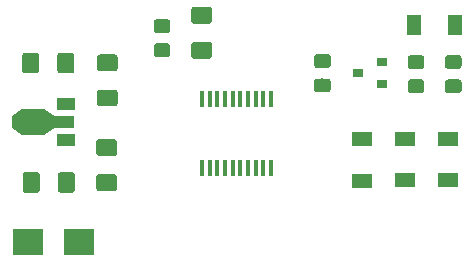
<source format=gbr>
%TF.GenerationSoftware,KiCad,Pcbnew,(5.1.4-0-10_14)*%
%TF.CreationDate,2019-08-17T10:21:19+03:00*%
%TF.ProjectId,Cooler_routed,436f6f6c-6572-45f7-926f-757465642e6b,rev?*%
%TF.SameCoordinates,Original*%
%TF.FileFunction,Paste,Bot*%
%TF.FilePolarity,Positive*%
%FSLAX46Y46*%
G04 Gerber Fmt 4.6, Leading zero omitted, Abs format (unit mm)*
G04 Created by KiCad (PCBNEW (5.1.4-0-10_14)) date 2019-08-17 10:21:19*
%MOMM*%
%LPD*%
G04 APERTURE LIST*
%ADD10C,0.150000*%
%ADD11C,1.425000*%
%ADD12R,2.500000X2.300000*%
%ADD13C,0.850000*%
%ADD14R,1.500000X1.000000*%
%ADD15R,1.800000X1.000000*%
%ADD16R,1.840000X2.200000*%
%ADD17C,1.000000*%
%ADD18R,0.450000X1.450000*%
%ADD19C,1.150000*%
%ADD20R,1.700000X1.300000*%
%ADD21R,0.900000X0.800000*%
%ADD22R,1.300000X1.700000*%
G04 APERTURE END LIST*
D10*
%TO.C,C1*%
G36*
X193625504Y-94706404D02*
G01*
X193649773Y-94710004D01*
X193673571Y-94715965D01*
X193696671Y-94724230D01*
X193718849Y-94734720D01*
X193739893Y-94747333D01*
X193759598Y-94761947D01*
X193777777Y-94778423D01*
X193794253Y-94796602D01*
X193808867Y-94816307D01*
X193821480Y-94837351D01*
X193831970Y-94859529D01*
X193840235Y-94882629D01*
X193846196Y-94906427D01*
X193849796Y-94930696D01*
X193851000Y-94955200D01*
X193851000Y-96205200D01*
X193849796Y-96229704D01*
X193846196Y-96253973D01*
X193840235Y-96277771D01*
X193831970Y-96300871D01*
X193821480Y-96323049D01*
X193808867Y-96344093D01*
X193794253Y-96363798D01*
X193777777Y-96381977D01*
X193759598Y-96398453D01*
X193739893Y-96413067D01*
X193718849Y-96425680D01*
X193696671Y-96436170D01*
X193673571Y-96444435D01*
X193649773Y-96450396D01*
X193625504Y-96453996D01*
X193601000Y-96455200D01*
X192676000Y-96455200D01*
X192651496Y-96453996D01*
X192627227Y-96450396D01*
X192603429Y-96444435D01*
X192580329Y-96436170D01*
X192558151Y-96425680D01*
X192537107Y-96413067D01*
X192517402Y-96398453D01*
X192499223Y-96381977D01*
X192482747Y-96363798D01*
X192468133Y-96344093D01*
X192455520Y-96323049D01*
X192445030Y-96300871D01*
X192436765Y-96277771D01*
X192430804Y-96253973D01*
X192427204Y-96229704D01*
X192426000Y-96205200D01*
X192426000Y-94955200D01*
X192427204Y-94930696D01*
X192430804Y-94906427D01*
X192436765Y-94882629D01*
X192445030Y-94859529D01*
X192455520Y-94837351D01*
X192468133Y-94816307D01*
X192482747Y-94796602D01*
X192499223Y-94778423D01*
X192517402Y-94761947D01*
X192537107Y-94747333D01*
X192558151Y-94734720D01*
X192580329Y-94724230D01*
X192603429Y-94715965D01*
X192627227Y-94710004D01*
X192651496Y-94706404D01*
X192676000Y-94705200D01*
X193601000Y-94705200D01*
X193625504Y-94706404D01*
X193625504Y-94706404D01*
G37*
D11*
X193138500Y-95580200D03*
D10*
G36*
X196600504Y-94706404D02*
G01*
X196624773Y-94710004D01*
X196648571Y-94715965D01*
X196671671Y-94724230D01*
X196693849Y-94734720D01*
X196714893Y-94747333D01*
X196734598Y-94761947D01*
X196752777Y-94778423D01*
X196769253Y-94796602D01*
X196783867Y-94816307D01*
X196796480Y-94837351D01*
X196806970Y-94859529D01*
X196815235Y-94882629D01*
X196821196Y-94906427D01*
X196824796Y-94930696D01*
X196826000Y-94955200D01*
X196826000Y-96205200D01*
X196824796Y-96229704D01*
X196821196Y-96253973D01*
X196815235Y-96277771D01*
X196806970Y-96300871D01*
X196796480Y-96323049D01*
X196783867Y-96344093D01*
X196769253Y-96363798D01*
X196752777Y-96381977D01*
X196734598Y-96398453D01*
X196714893Y-96413067D01*
X196693849Y-96425680D01*
X196671671Y-96436170D01*
X196648571Y-96444435D01*
X196624773Y-96450396D01*
X196600504Y-96453996D01*
X196576000Y-96455200D01*
X195651000Y-96455200D01*
X195626496Y-96453996D01*
X195602227Y-96450396D01*
X195578429Y-96444435D01*
X195555329Y-96436170D01*
X195533151Y-96425680D01*
X195512107Y-96413067D01*
X195492402Y-96398453D01*
X195474223Y-96381977D01*
X195457747Y-96363798D01*
X195443133Y-96344093D01*
X195430520Y-96323049D01*
X195420030Y-96300871D01*
X195411765Y-96277771D01*
X195405804Y-96253973D01*
X195402204Y-96229704D01*
X195401000Y-96205200D01*
X195401000Y-94955200D01*
X195402204Y-94930696D01*
X195405804Y-94906427D01*
X195411765Y-94882629D01*
X195420030Y-94859529D01*
X195430520Y-94837351D01*
X195443133Y-94816307D01*
X195457747Y-94796602D01*
X195474223Y-94778423D01*
X195492402Y-94761947D01*
X195512107Y-94747333D01*
X195533151Y-94734720D01*
X195555329Y-94724230D01*
X195578429Y-94715965D01*
X195602227Y-94710004D01*
X195626496Y-94706404D01*
X195651000Y-94705200D01*
X196576000Y-94705200D01*
X196600504Y-94706404D01*
X196600504Y-94706404D01*
G37*
D11*
X196113500Y-95580200D03*
%TD*%
D10*
%TO.C,C2*%
G36*
X196651504Y-104815204D02*
G01*
X196675773Y-104818804D01*
X196699571Y-104824765D01*
X196722671Y-104833030D01*
X196744849Y-104843520D01*
X196765893Y-104856133D01*
X196785598Y-104870747D01*
X196803777Y-104887223D01*
X196820253Y-104905402D01*
X196834867Y-104925107D01*
X196847480Y-104946151D01*
X196857970Y-104968329D01*
X196866235Y-104991429D01*
X196872196Y-105015227D01*
X196875796Y-105039496D01*
X196877000Y-105064000D01*
X196877000Y-106314000D01*
X196875796Y-106338504D01*
X196872196Y-106362773D01*
X196866235Y-106386571D01*
X196857970Y-106409671D01*
X196847480Y-106431849D01*
X196834867Y-106452893D01*
X196820253Y-106472598D01*
X196803777Y-106490777D01*
X196785598Y-106507253D01*
X196765893Y-106521867D01*
X196744849Y-106534480D01*
X196722671Y-106544970D01*
X196699571Y-106553235D01*
X196675773Y-106559196D01*
X196651504Y-106562796D01*
X196627000Y-106564000D01*
X195702000Y-106564000D01*
X195677496Y-106562796D01*
X195653227Y-106559196D01*
X195629429Y-106553235D01*
X195606329Y-106544970D01*
X195584151Y-106534480D01*
X195563107Y-106521867D01*
X195543402Y-106507253D01*
X195525223Y-106490777D01*
X195508747Y-106472598D01*
X195494133Y-106452893D01*
X195481520Y-106431849D01*
X195471030Y-106409671D01*
X195462765Y-106386571D01*
X195456804Y-106362773D01*
X195453204Y-106338504D01*
X195452000Y-106314000D01*
X195452000Y-105064000D01*
X195453204Y-105039496D01*
X195456804Y-105015227D01*
X195462765Y-104991429D01*
X195471030Y-104968329D01*
X195481520Y-104946151D01*
X195494133Y-104925107D01*
X195508747Y-104905402D01*
X195525223Y-104887223D01*
X195543402Y-104870747D01*
X195563107Y-104856133D01*
X195584151Y-104843520D01*
X195606329Y-104833030D01*
X195629429Y-104824765D01*
X195653227Y-104818804D01*
X195677496Y-104815204D01*
X195702000Y-104814000D01*
X196627000Y-104814000D01*
X196651504Y-104815204D01*
X196651504Y-104815204D01*
G37*
D11*
X196164500Y-105689000D03*
D10*
G36*
X193676504Y-104815204D02*
G01*
X193700773Y-104818804D01*
X193724571Y-104824765D01*
X193747671Y-104833030D01*
X193769849Y-104843520D01*
X193790893Y-104856133D01*
X193810598Y-104870747D01*
X193828777Y-104887223D01*
X193845253Y-104905402D01*
X193859867Y-104925107D01*
X193872480Y-104946151D01*
X193882970Y-104968329D01*
X193891235Y-104991429D01*
X193897196Y-105015227D01*
X193900796Y-105039496D01*
X193902000Y-105064000D01*
X193902000Y-106314000D01*
X193900796Y-106338504D01*
X193897196Y-106362773D01*
X193891235Y-106386571D01*
X193882970Y-106409671D01*
X193872480Y-106431849D01*
X193859867Y-106452893D01*
X193845253Y-106472598D01*
X193828777Y-106490777D01*
X193810598Y-106507253D01*
X193790893Y-106521867D01*
X193769849Y-106534480D01*
X193747671Y-106544970D01*
X193724571Y-106553235D01*
X193700773Y-106559196D01*
X193676504Y-106562796D01*
X193652000Y-106564000D01*
X192727000Y-106564000D01*
X192702496Y-106562796D01*
X192678227Y-106559196D01*
X192654429Y-106553235D01*
X192631329Y-106544970D01*
X192609151Y-106534480D01*
X192588107Y-106521867D01*
X192568402Y-106507253D01*
X192550223Y-106490777D01*
X192533747Y-106472598D01*
X192519133Y-106452893D01*
X192506520Y-106431849D01*
X192496030Y-106409671D01*
X192487765Y-106386571D01*
X192481804Y-106362773D01*
X192478204Y-106338504D01*
X192477000Y-106314000D01*
X192477000Y-105064000D01*
X192478204Y-105039496D01*
X192481804Y-105015227D01*
X192487765Y-104991429D01*
X192496030Y-104968329D01*
X192506520Y-104946151D01*
X192519133Y-104925107D01*
X192533747Y-104905402D01*
X192550223Y-104887223D01*
X192568402Y-104870747D01*
X192588107Y-104856133D01*
X192609151Y-104843520D01*
X192631329Y-104833030D01*
X192654429Y-104824765D01*
X192678227Y-104818804D01*
X192702496Y-104815204D01*
X192727000Y-104814000D01*
X193652000Y-104814000D01*
X193676504Y-104815204D01*
X193676504Y-104815204D01*
G37*
D11*
X193189500Y-105689000D03*
%TD*%
D12*
%TO.C,D1*%
X192922000Y-110744000D03*
X197222000Y-110744000D03*
%TD*%
D13*
%TO.C,U2*%
X191999000Y-100559000D03*
D10*
G36*
X191574000Y-100059000D02*
G01*
X192424000Y-99459000D01*
X192424000Y-101659000D01*
X191574000Y-101059000D01*
X191574000Y-100059000D01*
X191574000Y-100059000D01*
G37*
D14*
X196146000Y-99059000D03*
D15*
X195999500Y-100559000D03*
D14*
X196146000Y-102059000D03*
D16*
X193332500Y-100559000D03*
D17*
X194742200Y-100559000D03*
D10*
G36*
X195242200Y-100959000D02*
G01*
X194242200Y-101659000D01*
X194242200Y-99459000D01*
X195242200Y-100159000D01*
X195242200Y-100959000D01*
X195242200Y-100959000D01*
G37*
%TD*%
D18*
%TO.C,U3*%
X207641000Y-98603000D03*
X208291000Y-98603000D03*
X208941000Y-98603000D03*
X209591000Y-98603000D03*
X210241000Y-98603000D03*
X210891000Y-98603000D03*
X211541000Y-98603000D03*
X212191000Y-98603000D03*
X212841000Y-98603000D03*
X213491000Y-98603000D03*
X213491000Y-104503000D03*
X212841000Y-104503000D03*
X212191000Y-104503000D03*
X211541000Y-104503000D03*
X210891000Y-104503000D03*
X210241000Y-104503000D03*
X209591000Y-104503000D03*
X208941000Y-104503000D03*
X208291000Y-104503000D03*
X207641000Y-104503000D03*
%TD*%
D10*
%TO.C,C3*%
G36*
X200217504Y-102017204D02*
G01*
X200241773Y-102020804D01*
X200265571Y-102026765D01*
X200288671Y-102035030D01*
X200310849Y-102045520D01*
X200331893Y-102058133D01*
X200351598Y-102072747D01*
X200369777Y-102089223D01*
X200386253Y-102107402D01*
X200400867Y-102127107D01*
X200413480Y-102148151D01*
X200423970Y-102170329D01*
X200432235Y-102193429D01*
X200438196Y-102217227D01*
X200441796Y-102241496D01*
X200443000Y-102266000D01*
X200443000Y-103191000D01*
X200441796Y-103215504D01*
X200438196Y-103239773D01*
X200432235Y-103263571D01*
X200423970Y-103286671D01*
X200413480Y-103308849D01*
X200400867Y-103329893D01*
X200386253Y-103349598D01*
X200369777Y-103367777D01*
X200351598Y-103384253D01*
X200331893Y-103398867D01*
X200310849Y-103411480D01*
X200288671Y-103421970D01*
X200265571Y-103430235D01*
X200241773Y-103436196D01*
X200217504Y-103439796D01*
X200193000Y-103441000D01*
X198943000Y-103441000D01*
X198918496Y-103439796D01*
X198894227Y-103436196D01*
X198870429Y-103430235D01*
X198847329Y-103421970D01*
X198825151Y-103411480D01*
X198804107Y-103398867D01*
X198784402Y-103384253D01*
X198766223Y-103367777D01*
X198749747Y-103349598D01*
X198735133Y-103329893D01*
X198722520Y-103308849D01*
X198712030Y-103286671D01*
X198703765Y-103263571D01*
X198697804Y-103239773D01*
X198694204Y-103215504D01*
X198693000Y-103191000D01*
X198693000Y-102266000D01*
X198694204Y-102241496D01*
X198697804Y-102217227D01*
X198703765Y-102193429D01*
X198712030Y-102170329D01*
X198722520Y-102148151D01*
X198735133Y-102127107D01*
X198749747Y-102107402D01*
X198766223Y-102089223D01*
X198784402Y-102072747D01*
X198804107Y-102058133D01*
X198825151Y-102045520D01*
X198847329Y-102035030D01*
X198870429Y-102026765D01*
X198894227Y-102020804D01*
X198918496Y-102017204D01*
X198943000Y-102016000D01*
X200193000Y-102016000D01*
X200217504Y-102017204D01*
X200217504Y-102017204D01*
G37*
D11*
X199568000Y-102728500D03*
D10*
G36*
X200217504Y-104992204D02*
G01*
X200241773Y-104995804D01*
X200265571Y-105001765D01*
X200288671Y-105010030D01*
X200310849Y-105020520D01*
X200331893Y-105033133D01*
X200351598Y-105047747D01*
X200369777Y-105064223D01*
X200386253Y-105082402D01*
X200400867Y-105102107D01*
X200413480Y-105123151D01*
X200423970Y-105145329D01*
X200432235Y-105168429D01*
X200438196Y-105192227D01*
X200441796Y-105216496D01*
X200443000Y-105241000D01*
X200443000Y-106166000D01*
X200441796Y-106190504D01*
X200438196Y-106214773D01*
X200432235Y-106238571D01*
X200423970Y-106261671D01*
X200413480Y-106283849D01*
X200400867Y-106304893D01*
X200386253Y-106324598D01*
X200369777Y-106342777D01*
X200351598Y-106359253D01*
X200331893Y-106373867D01*
X200310849Y-106386480D01*
X200288671Y-106396970D01*
X200265571Y-106405235D01*
X200241773Y-106411196D01*
X200217504Y-106414796D01*
X200193000Y-106416000D01*
X198943000Y-106416000D01*
X198918496Y-106414796D01*
X198894227Y-106411196D01*
X198870429Y-106405235D01*
X198847329Y-106396970D01*
X198825151Y-106386480D01*
X198804107Y-106373867D01*
X198784402Y-106359253D01*
X198766223Y-106342777D01*
X198749747Y-106324598D01*
X198735133Y-106304893D01*
X198722520Y-106283849D01*
X198712030Y-106261671D01*
X198703765Y-106238571D01*
X198697804Y-106214773D01*
X198694204Y-106190504D01*
X198693000Y-106166000D01*
X198693000Y-105241000D01*
X198694204Y-105216496D01*
X198697804Y-105192227D01*
X198703765Y-105168429D01*
X198712030Y-105145329D01*
X198722520Y-105123151D01*
X198735133Y-105102107D01*
X198749747Y-105082402D01*
X198766223Y-105064223D01*
X198784402Y-105047747D01*
X198804107Y-105033133D01*
X198825151Y-105020520D01*
X198847329Y-105010030D01*
X198870429Y-105001765D01*
X198894227Y-104995804D01*
X198918496Y-104992204D01*
X198943000Y-104991000D01*
X200193000Y-104991000D01*
X200217504Y-104992204D01*
X200217504Y-104992204D01*
G37*
D11*
X199568000Y-105703500D03*
%TD*%
D10*
%TO.C,C4*%
G36*
X208256504Y-90816004D02*
G01*
X208280773Y-90819604D01*
X208304571Y-90825565D01*
X208327671Y-90833830D01*
X208349849Y-90844320D01*
X208370893Y-90856933D01*
X208390598Y-90871547D01*
X208408777Y-90888023D01*
X208425253Y-90906202D01*
X208439867Y-90925907D01*
X208452480Y-90946951D01*
X208462970Y-90969129D01*
X208471235Y-90992229D01*
X208477196Y-91016027D01*
X208480796Y-91040296D01*
X208482000Y-91064800D01*
X208482000Y-91989800D01*
X208480796Y-92014304D01*
X208477196Y-92038573D01*
X208471235Y-92062371D01*
X208462970Y-92085471D01*
X208452480Y-92107649D01*
X208439867Y-92128693D01*
X208425253Y-92148398D01*
X208408777Y-92166577D01*
X208390598Y-92183053D01*
X208370893Y-92197667D01*
X208349849Y-92210280D01*
X208327671Y-92220770D01*
X208304571Y-92229035D01*
X208280773Y-92234996D01*
X208256504Y-92238596D01*
X208232000Y-92239800D01*
X206982000Y-92239800D01*
X206957496Y-92238596D01*
X206933227Y-92234996D01*
X206909429Y-92229035D01*
X206886329Y-92220770D01*
X206864151Y-92210280D01*
X206843107Y-92197667D01*
X206823402Y-92183053D01*
X206805223Y-92166577D01*
X206788747Y-92148398D01*
X206774133Y-92128693D01*
X206761520Y-92107649D01*
X206751030Y-92085471D01*
X206742765Y-92062371D01*
X206736804Y-92038573D01*
X206733204Y-92014304D01*
X206732000Y-91989800D01*
X206732000Y-91064800D01*
X206733204Y-91040296D01*
X206736804Y-91016027D01*
X206742765Y-90992229D01*
X206751030Y-90969129D01*
X206761520Y-90946951D01*
X206774133Y-90925907D01*
X206788747Y-90906202D01*
X206805223Y-90888023D01*
X206823402Y-90871547D01*
X206843107Y-90856933D01*
X206864151Y-90844320D01*
X206886329Y-90833830D01*
X206909429Y-90825565D01*
X206933227Y-90819604D01*
X206957496Y-90816004D01*
X206982000Y-90814800D01*
X208232000Y-90814800D01*
X208256504Y-90816004D01*
X208256504Y-90816004D01*
G37*
D11*
X207607000Y-91527300D03*
D10*
G36*
X208256504Y-93791004D02*
G01*
X208280773Y-93794604D01*
X208304571Y-93800565D01*
X208327671Y-93808830D01*
X208349849Y-93819320D01*
X208370893Y-93831933D01*
X208390598Y-93846547D01*
X208408777Y-93863023D01*
X208425253Y-93881202D01*
X208439867Y-93900907D01*
X208452480Y-93921951D01*
X208462970Y-93944129D01*
X208471235Y-93967229D01*
X208477196Y-93991027D01*
X208480796Y-94015296D01*
X208482000Y-94039800D01*
X208482000Y-94964800D01*
X208480796Y-94989304D01*
X208477196Y-95013573D01*
X208471235Y-95037371D01*
X208462970Y-95060471D01*
X208452480Y-95082649D01*
X208439867Y-95103693D01*
X208425253Y-95123398D01*
X208408777Y-95141577D01*
X208390598Y-95158053D01*
X208370893Y-95172667D01*
X208349849Y-95185280D01*
X208327671Y-95195770D01*
X208304571Y-95204035D01*
X208280773Y-95209996D01*
X208256504Y-95213596D01*
X208232000Y-95214800D01*
X206982000Y-95214800D01*
X206957496Y-95213596D01*
X206933227Y-95209996D01*
X206909429Y-95204035D01*
X206886329Y-95195770D01*
X206864151Y-95185280D01*
X206843107Y-95172667D01*
X206823402Y-95158053D01*
X206805223Y-95141577D01*
X206788747Y-95123398D01*
X206774133Y-95103693D01*
X206761520Y-95082649D01*
X206751030Y-95060471D01*
X206742765Y-95037371D01*
X206736804Y-95013573D01*
X206733204Y-94989304D01*
X206732000Y-94964800D01*
X206732000Y-94039800D01*
X206733204Y-94015296D01*
X206736804Y-93991027D01*
X206742765Y-93967229D01*
X206751030Y-93944129D01*
X206761520Y-93921951D01*
X206774133Y-93900907D01*
X206788747Y-93881202D01*
X206805223Y-93863023D01*
X206823402Y-93846547D01*
X206843107Y-93831933D01*
X206864151Y-93819320D01*
X206886329Y-93808830D01*
X206909429Y-93800565D01*
X206933227Y-93794604D01*
X206957496Y-93791004D01*
X206982000Y-93789800D01*
X208232000Y-93789800D01*
X208256504Y-93791004D01*
X208256504Y-93791004D01*
G37*
D11*
X207607000Y-94502300D03*
%TD*%
D10*
%TO.C,C6*%
G36*
X200268504Y-94854604D02*
G01*
X200292773Y-94858204D01*
X200316571Y-94864165D01*
X200339671Y-94872430D01*
X200361849Y-94882920D01*
X200382893Y-94895533D01*
X200402598Y-94910147D01*
X200420777Y-94926623D01*
X200437253Y-94944802D01*
X200451867Y-94964507D01*
X200464480Y-94985551D01*
X200474970Y-95007729D01*
X200483235Y-95030829D01*
X200489196Y-95054627D01*
X200492796Y-95078896D01*
X200494000Y-95103400D01*
X200494000Y-96028400D01*
X200492796Y-96052904D01*
X200489196Y-96077173D01*
X200483235Y-96100971D01*
X200474970Y-96124071D01*
X200464480Y-96146249D01*
X200451867Y-96167293D01*
X200437253Y-96186998D01*
X200420777Y-96205177D01*
X200402598Y-96221653D01*
X200382893Y-96236267D01*
X200361849Y-96248880D01*
X200339671Y-96259370D01*
X200316571Y-96267635D01*
X200292773Y-96273596D01*
X200268504Y-96277196D01*
X200244000Y-96278400D01*
X198994000Y-96278400D01*
X198969496Y-96277196D01*
X198945227Y-96273596D01*
X198921429Y-96267635D01*
X198898329Y-96259370D01*
X198876151Y-96248880D01*
X198855107Y-96236267D01*
X198835402Y-96221653D01*
X198817223Y-96205177D01*
X198800747Y-96186998D01*
X198786133Y-96167293D01*
X198773520Y-96146249D01*
X198763030Y-96124071D01*
X198754765Y-96100971D01*
X198748804Y-96077173D01*
X198745204Y-96052904D01*
X198744000Y-96028400D01*
X198744000Y-95103400D01*
X198745204Y-95078896D01*
X198748804Y-95054627D01*
X198754765Y-95030829D01*
X198763030Y-95007729D01*
X198773520Y-94985551D01*
X198786133Y-94964507D01*
X198800747Y-94944802D01*
X198817223Y-94926623D01*
X198835402Y-94910147D01*
X198855107Y-94895533D01*
X198876151Y-94882920D01*
X198898329Y-94872430D01*
X198921429Y-94864165D01*
X198945227Y-94858204D01*
X198969496Y-94854604D01*
X198994000Y-94853400D01*
X200244000Y-94853400D01*
X200268504Y-94854604D01*
X200268504Y-94854604D01*
G37*
D11*
X199619000Y-95565900D03*
D10*
G36*
X200268504Y-97829604D02*
G01*
X200292773Y-97833204D01*
X200316571Y-97839165D01*
X200339671Y-97847430D01*
X200361849Y-97857920D01*
X200382893Y-97870533D01*
X200402598Y-97885147D01*
X200420777Y-97901623D01*
X200437253Y-97919802D01*
X200451867Y-97939507D01*
X200464480Y-97960551D01*
X200474970Y-97982729D01*
X200483235Y-98005829D01*
X200489196Y-98029627D01*
X200492796Y-98053896D01*
X200494000Y-98078400D01*
X200494000Y-99003400D01*
X200492796Y-99027904D01*
X200489196Y-99052173D01*
X200483235Y-99075971D01*
X200474970Y-99099071D01*
X200464480Y-99121249D01*
X200451867Y-99142293D01*
X200437253Y-99161998D01*
X200420777Y-99180177D01*
X200402598Y-99196653D01*
X200382893Y-99211267D01*
X200361849Y-99223880D01*
X200339671Y-99234370D01*
X200316571Y-99242635D01*
X200292773Y-99248596D01*
X200268504Y-99252196D01*
X200244000Y-99253400D01*
X198994000Y-99253400D01*
X198969496Y-99252196D01*
X198945227Y-99248596D01*
X198921429Y-99242635D01*
X198898329Y-99234370D01*
X198876151Y-99223880D01*
X198855107Y-99211267D01*
X198835402Y-99196653D01*
X198817223Y-99180177D01*
X198800747Y-99161998D01*
X198786133Y-99142293D01*
X198773520Y-99121249D01*
X198763030Y-99099071D01*
X198754765Y-99075971D01*
X198748804Y-99052173D01*
X198745204Y-99027904D01*
X198744000Y-99003400D01*
X198744000Y-98078400D01*
X198745204Y-98053896D01*
X198748804Y-98029627D01*
X198754765Y-98005829D01*
X198763030Y-97982729D01*
X198773520Y-97960551D01*
X198786133Y-97939507D01*
X198800747Y-97919802D01*
X198817223Y-97901623D01*
X198835402Y-97885147D01*
X198855107Y-97870533D01*
X198876151Y-97857920D01*
X198898329Y-97847430D01*
X198921429Y-97839165D01*
X198945227Y-97833204D01*
X198969496Y-97829604D01*
X198994000Y-97828400D01*
X200244000Y-97828400D01*
X200268504Y-97829604D01*
X200268504Y-97829604D01*
G37*
D11*
X199619000Y-98540900D03*
%TD*%
D10*
%TO.C,R2*%
G36*
X204728505Y-91873204D02*
G01*
X204752773Y-91876804D01*
X204776572Y-91882765D01*
X204799671Y-91891030D01*
X204821850Y-91901520D01*
X204842893Y-91914132D01*
X204862599Y-91928747D01*
X204880777Y-91945223D01*
X204897253Y-91963401D01*
X204911868Y-91983107D01*
X204924480Y-92004150D01*
X204934970Y-92026329D01*
X204943235Y-92049428D01*
X204949196Y-92073227D01*
X204952796Y-92097495D01*
X204954000Y-92121999D01*
X204954000Y-92772001D01*
X204952796Y-92796505D01*
X204949196Y-92820773D01*
X204943235Y-92844572D01*
X204934970Y-92867671D01*
X204924480Y-92889850D01*
X204911868Y-92910893D01*
X204897253Y-92930599D01*
X204880777Y-92948777D01*
X204862599Y-92965253D01*
X204842893Y-92979868D01*
X204821850Y-92992480D01*
X204799671Y-93002970D01*
X204776572Y-93011235D01*
X204752773Y-93017196D01*
X204728505Y-93020796D01*
X204704001Y-93022000D01*
X203803999Y-93022000D01*
X203779495Y-93020796D01*
X203755227Y-93017196D01*
X203731428Y-93011235D01*
X203708329Y-93002970D01*
X203686150Y-92992480D01*
X203665107Y-92979868D01*
X203645401Y-92965253D01*
X203627223Y-92948777D01*
X203610747Y-92930599D01*
X203596132Y-92910893D01*
X203583520Y-92889850D01*
X203573030Y-92867671D01*
X203564765Y-92844572D01*
X203558804Y-92820773D01*
X203555204Y-92796505D01*
X203554000Y-92772001D01*
X203554000Y-92121999D01*
X203555204Y-92097495D01*
X203558804Y-92073227D01*
X203564765Y-92049428D01*
X203573030Y-92026329D01*
X203583520Y-92004150D01*
X203596132Y-91983107D01*
X203610747Y-91963401D01*
X203627223Y-91945223D01*
X203645401Y-91928747D01*
X203665107Y-91914132D01*
X203686150Y-91901520D01*
X203708329Y-91891030D01*
X203731428Y-91882765D01*
X203755227Y-91876804D01*
X203779495Y-91873204D01*
X203803999Y-91872000D01*
X204704001Y-91872000D01*
X204728505Y-91873204D01*
X204728505Y-91873204D01*
G37*
D19*
X204254000Y-92447000D03*
D10*
G36*
X204728505Y-93923204D02*
G01*
X204752773Y-93926804D01*
X204776572Y-93932765D01*
X204799671Y-93941030D01*
X204821850Y-93951520D01*
X204842893Y-93964132D01*
X204862599Y-93978747D01*
X204880777Y-93995223D01*
X204897253Y-94013401D01*
X204911868Y-94033107D01*
X204924480Y-94054150D01*
X204934970Y-94076329D01*
X204943235Y-94099428D01*
X204949196Y-94123227D01*
X204952796Y-94147495D01*
X204954000Y-94171999D01*
X204954000Y-94822001D01*
X204952796Y-94846505D01*
X204949196Y-94870773D01*
X204943235Y-94894572D01*
X204934970Y-94917671D01*
X204924480Y-94939850D01*
X204911868Y-94960893D01*
X204897253Y-94980599D01*
X204880777Y-94998777D01*
X204862599Y-95015253D01*
X204842893Y-95029868D01*
X204821850Y-95042480D01*
X204799671Y-95052970D01*
X204776572Y-95061235D01*
X204752773Y-95067196D01*
X204728505Y-95070796D01*
X204704001Y-95072000D01*
X203803999Y-95072000D01*
X203779495Y-95070796D01*
X203755227Y-95067196D01*
X203731428Y-95061235D01*
X203708329Y-95052970D01*
X203686150Y-95042480D01*
X203665107Y-95029868D01*
X203645401Y-95015253D01*
X203627223Y-94998777D01*
X203610747Y-94980599D01*
X203596132Y-94960893D01*
X203583520Y-94939850D01*
X203573030Y-94917671D01*
X203564765Y-94894572D01*
X203558804Y-94870773D01*
X203555204Y-94846505D01*
X203554000Y-94822001D01*
X203554000Y-94171999D01*
X203555204Y-94147495D01*
X203558804Y-94123227D01*
X203564765Y-94099428D01*
X203573030Y-94076329D01*
X203583520Y-94054150D01*
X203596132Y-94033107D01*
X203610747Y-94013401D01*
X203627223Y-93995223D01*
X203645401Y-93978747D01*
X203665107Y-93964132D01*
X203686150Y-93951520D01*
X203708329Y-93941030D01*
X203731428Y-93932765D01*
X203755227Y-93926804D01*
X203779495Y-93923204D01*
X203803999Y-93922000D01*
X204704001Y-93922000D01*
X204728505Y-93923204D01*
X204728505Y-93923204D01*
G37*
D19*
X204254000Y-94497000D03*
%TD*%
D20*
%TO.C,D9*%
X228435000Y-105484000D03*
X228435000Y-101984000D03*
%TD*%
%TO.C,D10*%
X224854000Y-101986000D03*
X224854000Y-105486000D03*
%TD*%
D21*
%TO.C,Q3*%
X222856000Y-95468400D03*
X222856000Y-97368400D03*
X220856000Y-96418400D03*
%TD*%
D10*
%TO.C,R16*%
G36*
X229392505Y-94921204D02*
G01*
X229416773Y-94924804D01*
X229440572Y-94930765D01*
X229463671Y-94939030D01*
X229485850Y-94949520D01*
X229506893Y-94962132D01*
X229526599Y-94976747D01*
X229544777Y-94993223D01*
X229561253Y-95011401D01*
X229575868Y-95031107D01*
X229588480Y-95052150D01*
X229598970Y-95074329D01*
X229607235Y-95097428D01*
X229613196Y-95121227D01*
X229616796Y-95145495D01*
X229618000Y-95169999D01*
X229618000Y-95820001D01*
X229616796Y-95844505D01*
X229613196Y-95868773D01*
X229607235Y-95892572D01*
X229598970Y-95915671D01*
X229588480Y-95937850D01*
X229575868Y-95958893D01*
X229561253Y-95978599D01*
X229544777Y-95996777D01*
X229526599Y-96013253D01*
X229506893Y-96027868D01*
X229485850Y-96040480D01*
X229463671Y-96050970D01*
X229440572Y-96059235D01*
X229416773Y-96065196D01*
X229392505Y-96068796D01*
X229368001Y-96070000D01*
X228467999Y-96070000D01*
X228443495Y-96068796D01*
X228419227Y-96065196D01*
X228395428Y-96059235D01*
X228372329Y-96050970D01*
X228350150Y-96040480D01*
X228329107Y-96027868D01*
X228309401Y-96013253D01*
X228291223Y-95996777D01*
X228274747Y-95978599D01*
X228260132Y-95958893D01*
X228247520Y-95937850D01*
X228237030Y-95915671D01*
X228228765Y-95892572D01*
X228222804Y-95868773D01*
X228219204Y-95844505D01*
X228218000Y-95820001D01*
X228218000Y-95169999D01*
X228219204Y-95145495D01*
X228222804Y-95121227D01*
X228228765Y-95097428D01*
X228237030Y-95074329D01*
X228247520Y-95052150D01*
X228260132Y-95031107D01*
X228274747Y-95011401D01*
X228291223Y-94993223D01*
X228309401Y-94976747D01*
X228329107Y-94962132D01*
X228350150Y-94949520D01*
X228372329Y-94939030D01*
X228395428Y-94930765D01*
X228419227Y-94924804D01*
X228443495Y-94921204D01*
X228467999Y-94920000D01*
X229368001Y-94920000D01*
X229392505Y-94921204D01*
X229392505Y-94921204D01*
G37*
D19*
X228918000Y-95495000D03*
D10*
G36*
X229392505Y-96971204D02*
G01*
X229416773Y-96974804D01*
X229440572Y-96980765D01*
X229463671Y-96989030D01*
X229485850Y-96999520D01*
X229506893Y-97012132D01*
X229526599Y-97026747D01*
X229544777Y-97043223D01*
X229561253Y-97061401D01*
X229575868Y-97081107D01*
X229588480Y-97102150D01*
X229598970Y-97124329D01*
X229607235Y-97147428D01*
X229613196Y-97171227D01*
X229616796Y-97195495D01*
X229618000Y-97219999D01*
X229618000Y-97870001D01*
X229616796Y-97894505D01*
X229613196Y-97918773D01*
X229607235Y-97942572D01*
X229598970Y-97965671D01*
X229588480Y-97987850D01*
X229575868Y-98008893D01*
X229561253Y-98028599D01*
X229544777Y-98046777D01*
X229526599Y-98063253D01*
X229506893Y-98077868D01*
X229485850Y-98090480D01*
X229463671Y-98100970D01*
X229440572Y-98109235D01*
X229416773Y-98115196D01*
X229392505Y-98118796D01*
X229368001Y-98120000D01*
X228467999Y-98120000D01*
X228443495Y-98118796D01*
X228419227Y-98115196D01*
X228395428Y-98109235D01*
X228372329Y-98100970D01*
X228350150Y-98090480D01*
X228329107Y-98077868D01*
X228309401Y-98063253D01*
X228291223Y-98046777D01*
X228274747Y-98028599D01*
X228260132Y-98008893D01*
X228247520Y-97987850D01*
X228237030Y-97965671D01*
X228228765Y-97942572D01*
X228222804Y-97918773D01*
X228219204Y-97894505D01*
X228218000Y-97870001D01*
X228218000Y-97219999D01*
X228219204Y-97195495D01*
X228222804Y-97171227D01*
X228228765Y-97147428D01*
X228237030Y-97124329D01*
X228247520Y-97102150D01*
X228260132Y-97081107D01*
X228274747Y-97061401D01*
X228291223Y-97043223D01*
X228309401Y-97026747D01*
X228329107Y-97012132D01*
X228350150Y-96999520D01*
X228372329Y-96989030D01*
X228395428Y-96980765D01*
X228419227Y-96974804D01*
X228443495Y-96971204D01*
X228467999Y-96970000D01*
X229368001Y-96970000D01*
X229392505Y-96971204D01*
X229392505Y-96971204D01*
G37*
D19*
X228918000Y-97545000D03*
%TD*%
D10*
%TO.C,R17*%
G36*
X226242505Y-94921204D02*
G01*
X226266773Y-94924804D01*
X226290572Y-94930765D01*
X226313671Y-94939030D01*
X226335850Y-94949520D01*
X226356893Y-94962132D01*
X226376599Y-94976747D01*
X226394777Y-94993223D01*
X226411253Y-95011401D01*
X226425868Y-95031107D01*
X226438480Y-95052150D01*
X226448970Y-95074329D01*
X226457235Y-95097428D01*
X226463196Y-95121227D01*
X226466796Y-95145495D01*
X226468000Y-95169999D01*
X226468000Y-95820001D01*
X226466796Y-95844505D01*
X226463196Y-95868773D01*
X226457235Y-95892572D01*
X226448970Y-95915671D01*
X226438480Y-95937850D01*
X226425868Y-95958893D01*
X226411253Y-95978599D01*
X226394777Y-95996777D01*
X226376599Y-96013253D01*
X226356893Y-96027868D01*
X226335850Y-96040480D01*
X226313671Y-96050970D01*
X226290572Y-96059235D01*
X226266773Y-96065196D01*
X226242505Y-96068796D01*
X226218001Y-96070000D01*
X225317999Y-96070000D01*
X225293495Y-96068796D01*
X225269227Y-96065196D01*
X225245428Y-96059235D01*
X225222329Y-96050970D01*
X225200150Y-96040480D01*
X225179107Y-96027868D01*
X225159401Y-96013253D01*
X225141223Y-95996777D01*
X225124747Y-95978599D01*
X225110132Y-95958893D01*
X225097520Y-95937850D01*
X225087030Y-95915671D01*
X225078765Y-95892572D01*
X225072804Y-95868773D01*
X225069204Y-95844505D01*
X225068000Y-95820001D01*
X225068000Y-95169999D01*
X225069204Y-95145495D01*
X225072804Y-95121227D01*
X225078765Y-95097428D01*
X225087030Y-95074329D01*
X225097520Y-95052150D01*
X225110132Y-95031107D01*
X225124747Y-95011401D01*
X225141223Y-94993223D01*
X225159401Y-94976747D01*
X225179107Y-94962132D01*
X225200150Y-94949520D01*
X225222329Y-94939030D01*
X225245428Y-94930765D01*
X225269227Y-94924804D01*
X225293495Y-94921204D01*
X225317999Y-94920000D01*
X226218001Y-94920000D01*
X226242505Y-94921204D01*
X226242505Y-94921204D01*
G37*
D19*
X225768000Y-95495000D03*
D10*
G36*
X226242505Y-96971204D02*
G01*
X226266773Y-96974804D01*
X226290572Y-96980765D01*
X226313671Y-96989030D01*
X226335850Y-96999520D01*
X226356893Y-97012132D01*
X226376599Y-97026747D01*
X226394777Y-97043223D01*
X226411253Y-97061401D01*
X226425868Y-97081107D01*
X226438480Y-97102150D01*
X226448970Y-97124329D01*
X226457235Y-97147428D01*
X226463196Y-97171227D01*
X226466796Y-97195495D01*
X226468000Y-97219999D01*
X226468000Y-97870001D01*
X226466796Y-97894505D01*
X226463196Y-97918773D01*
X226457235Y-97942572D01*
X226448970Y-97965671D01*
X226438480Y-97987850D01*
X226425868Y-98008893D01*
X226411253Y-98028599D01*
X226394777Y-98046777D01*
X226376599Y-98063253D01*
X226356893Y-98077868D01*
X226335850Y-98090480D01*
X226313671Y-98100970D01*
X226290572Y-98109235D01*
X226266773Y-98115196D01*
X226242505Y-98118796D01*
X226218001Y-98120000D01*
X225317999Y-98120000D01*
X225293495Y-98118796D01*
X225269227Y-98115196D01*
X225245428Y-98109235D01*
X225222329Y-98100970D01*
X225200150Y-98090480D01*
X225179107Y-98077868D01*
X225159401Y-98063253D01*
X225141223Y-98046777D01*
X225124747Y-98028599D01*
X225110132Y-98008893D01*
X225097520Y-97987850D01*
X225087030Y-97965671D01*
X225078765Y-97942572D01*
X225072804Y-97918773D01*
X225069204Y-97894505D01*
X225068000Y-97870001D01*
X225068000Y-97219999D01*
X225069204Y-97195495D01*
X225072804Y-97171227D01*
X225078765Y-97147428D01*
X225087030Y-97124329D01*
X225097520Y-97102150D01*
X225110132Y-97081107D01*
X225124747Y-97061401D01*
X225141223Y-97043223D01*
X225159401Y-97026747D01*
X225179107Y-97012132D01*
X225200150Y-96999520D01*
X225222329Y-96989030D01*
X225245428Y-96980765D01*
X225269227Y-96974804D01*
X225293495Y-96971204D01*
X225317999Y-96970000D01*
X226218001Y-96970000D01*
X226242505Y-96971204D01*
X226242505Y-96971204D01*
G37*
D19*
X225768000Y-97545000D03*
%TD*%
D10*
%TO.C,R18*%
G36*
X218317505Y-96895004D02*
G01*
X218341773Y-96898604D01*
X218365572Y-96904565D01*
X218388671Y-96912830D01*
X218410850Y-96923320D01*
X218431893Y-96935932D01*
X218451599Y-96950547D01*
X218469777Y-96967023D01*
X218486253Y-96985201D01*
X218500868Y-97004907D01*
X218513480Y-97025950D01*
X218523970Y-97048129D01*
X218532235Y-97071228D01*
X218538196Y-97095027D01*
X218541796Y-97119295D01*
X218543000Y-97143799D01*
X218543000Y-97793801D01*
X218541796Y-97818305D01*
X218538196Y-97842573D01*
X218532235Y-97866372D01*
X218523970Y-97889471D01*
X218513480Y-97911650D01*
X218500868Y-97932693D01*
X218486253Y-97952399D01*
X218469777Y-97970577D01*
X218451599Y-97987053D01*
X218431893Y-98001668D01*
X218410850Y-98014280D01*
X218388671Y-98024770D01*
X218365572Y-98033035D01*
X218341773Y-98038996D01*
X218317505Y-98042596D01*
X218293001Y-98043800D01*
X217392999Y-98043800D01*
X217368495Y-98042596D01*
X217344227Y-98038996D01*
X217320428Y-98033035D01*
X217297329Y-98024770D01*
X217275150Y-98014280D01*
X217254107Y-98001668D01*
X217234401Y-97987053D01*
X217216223Y-97970577D01*
X217199747Y-97952399D01*
X217185132Y-97932693D01*
X217172520Y-97911650D01*
X217162030Y-97889471D01*
X217153765Y-97866372D01*
X217147804Y-97842573D01*
X217144204Y-97818305D01*
X217143000Y-97793801D01*
X217143000Y-97143799D01*
X217144204Y-97119295D01*
X217147804Y-97095027D01*
X217153765Y-97071228D01*
X217162030Y-97048129D01*
X217172520Y-97025950D01*
X217185132Y-97004907D01*
X217199747Y-96985201D01*
X217216223Y-96967023D01*
X217234401Y-96950547D01*
X217254107Y-96935932D01*
X217275150Y-96923320D01*
X217297329Y-96912830D01*
X217320428Y-96904565D01*
X217344227Y-96898604D01*
X217368495Y-96895004D01*
X217392999Y-96893800D01*
X218293001Y-96893800D01*
X218317505Y-96895004D01*
X218317505Y-96895004D01*
G37*
D19*
X217843000Y-97468800D03*
D10*
G36*
X218317505Y-94845004D02*
G01*
X218341773Y-94848604D01*
X218365572Y-94854565D01*
X218388671Y-94862830D01*
X218410850Y-94873320D01*
X218431893Y-94885932D01*
X218451599Y-94900547D01*
X218469777Y-94917023D01*
X218486253Y-94935201D01*
X218500868Y-94954907D01*
X218513480Y-94975950D01*
X218523970Y-94998129D01*
X218532235Y-95021228D01*
X218538196Y-95045027D01*
X218541796Y-95069295D01*
X218543000Y-95093799D01*
X218543000Y-95743801D01*
X218541796Y-95768305D01*
X218538196Y-95792573D01*
X218532235Y-95816372D01*
X218523970Y-95839471D01*
X218513480Y-95861650D01*
X218500868Y-95882693D01*
X218486253Y-95902399D01*
X218469777Y-95920577D01*
X218451599Y-95937053D01*
X218431893Y-95951668D01*
X218410850Y-95964280D01*
X218388671Y-95974770D01*
X218365572Y-95983035D01*
X218341773Y-95988996D01*
X218317505Y-95992596D01*
X218293001Y-95993800D01*
X217392999Y-95993800D01*
X217368495Y-95992596D01*
X217344227Y-95988996D01*
X217320428Y-95983035D01*
X217297329Y-95974770D01*
X217275150Y-95964280D01*
X217254107Y-95951668D01*
X217234401Y-95937053D01*
X217216223Y-95920577D01*
X217199747Y-95902399D01*
X217185132Y-95882693D01*
X217172520Y-95861650D01*
X217162030Y-95839471D01*
X217153765Y-95816372D01*
X217147804Y-95792573D01*
X217144204Y-95768305D01*
X217143000Y-95743801D01*
X217143000Y-95093799D01*
X217144204Y-95069295D01*
X217147804Y-95045027D01*
X217153765Y-95021228D01*
X217162030Y-94998129D01*
X217172520Y-94975950D01*
X217185132Y-94954907D01*
X217199747Y-94935201D01*
X217216223Y-94917023D01*
X217234401Y-94900547D01*
X217254107Y-94885932D01*
X217275150Y-94873320D01*
X217297329Y-94862830D01*
X217320428Y-94854565D01*
X217344227Y-94848604D01*
X217368495Y-94845004D01*
X217392999Y-94843800D01*
X218293001Y-94843800D01*
X218317505Y-94845004D01*
X218317505Y-94845004D01*
G37*
D19*
X217843000Y-95418800D03*
%TD*%
D20*
%TO.C,D11*%
X221234000Y-105544000D03*
X221234000Y-102044000D03*
%TD*%
D22*
%TO.C,D12*%
X229080000Y-92329000D03*
X225580000Y-92329000D03*
%TD*%
M02*

</source>
